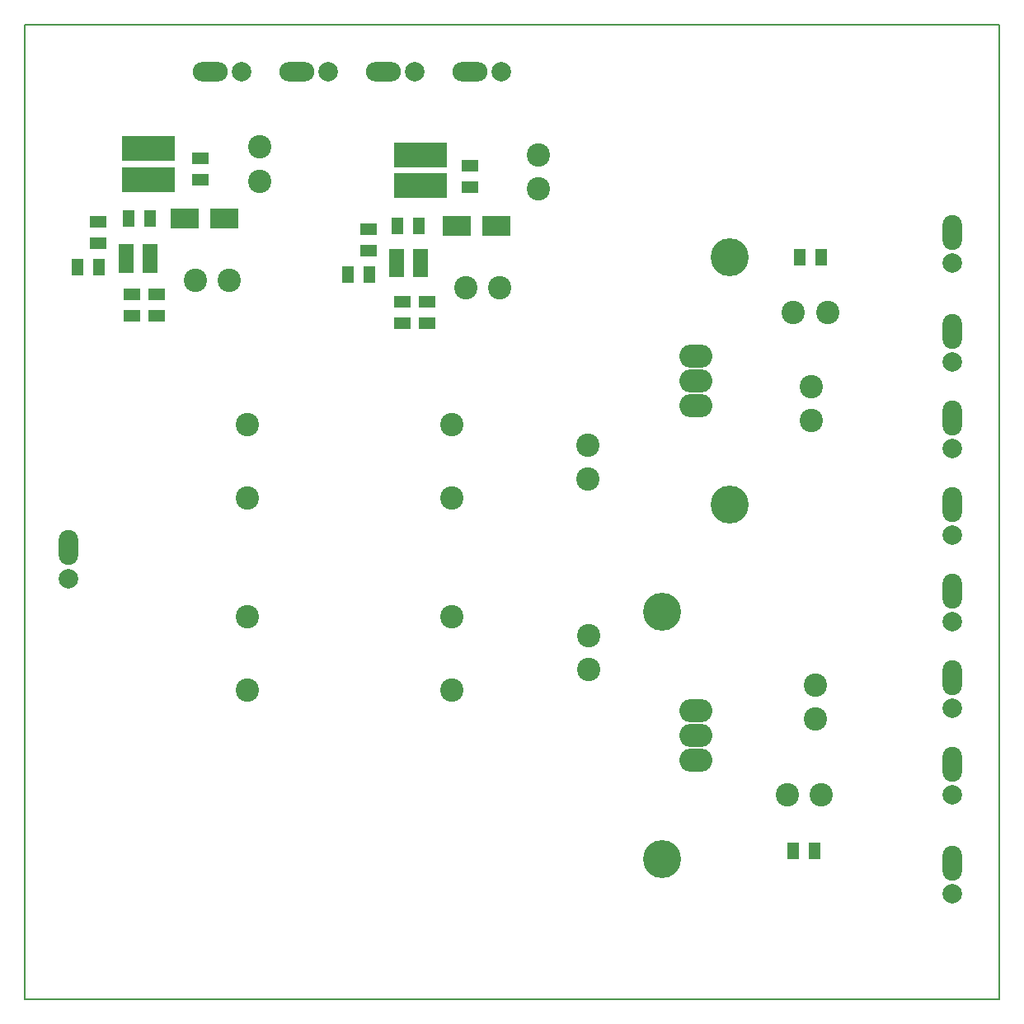
<source format=gts>
G04 #@! TF.FileFunction,Soldermask,Top*
%FSLAX46Y46*%
G04 Gerber Fmt 4.6, Leading zero omitted, Abs format (unit mm)*
G04 Created by KiCad (PCBNEW 4.0.1-stable) date 18/01/2016 20:26:33*
%MOMM*%
G01*
G04 APERTURE LIST*
%ADD10C,0.100000*%
%ADD11C,0.150000*%
%ADD12C,2.400000*%
%ADD13R,1.300000X1.700000*%
%ADD14R,1.700000X1.300000*%
%ADD15R,2.900000X2.100000*%
%ADD16R,5.400000X2.500000*%
%ADD17C,2.000000*%
%ADD18O,2.000000X3.600000*%
%ADD19O,3.600000X2.000000*%
%ADD20R,1.600000X1.050000*%
%ADD21O,3.400000X2.400000*%
%ADD22C,3.900000*%
G04 APERTURE END LIST*
D10*
D11*
X0Y100000000D02*
X0Y0D01*
X100000000Y100000000D02*
X0Y100000000D01*
X100000000Y0D02*
X100000000Y100000000D01*
X0Y0D02*
X100000000Y0D01*
D12*
X17485261Y73811175D03*
X20985261Y73811175D03*
X45240000Y73025000D03*
X48740000Y73025000D03*
X22860000Y58935000D03*
X22860000Y51435000D03*
X22860000Y39250000D03*
X22860000Y31750000D03*
X43815000Y58935000D03*
X43815000Y51435000D03*
X43815000Y39250000D03*
X43815000Y31750000D03*
D13*
X12854961Y80161175D03*
X10654961Y80161175D03*
X40470000Y79375000D03*
X38270000Y79375000D03*
D12*
X78895000Y70485000D03*
X82395000Y70485000D03*
X81760000Y20955000D03*
X78260000Y20955000D03*
D14*
X17965261Y86341175D03*
X17965261Y84141175D03*
X45720000Y85555000D03*
X45720000Y83355000D03*
D12*
X80746600Y62887800D03*
X80746600Y59387800D03*
X81153000Y32230000D03*
X81153000Y28730000D03*
D15*
X20415000Y80161175D03*
X16415000Y80161175D03*
X48355000Y79375000D03*
X44355000Y79375000D03*
D16*
X12700000Y84125000D03*
X12700000Y87325000D03*
X40640000Y83490000D03*
X40640000Y86690000D03*
D17*
X4445000Y43180000D03*
D18*
X4445000Y46355000D03*
D17*
X22225000Y95250000D03*
D19*
X19050000Y95250000D03*
D17*
X31115000Y95250000D03*
D19*
X27940000Y95250000D03*
D17*
X48895000Y95250000D03*
D19*
X45720000Y95250000D03*
D17*
X40005000Y95250000D03*
D19*
X36830000Y95250000D03*
D17*
X95250000Y75565000D03*
D18*
X95250000Y78740000D03*
D17*
X95250000Y10795000D03*
D18*
X95250000Y13970000D03*
D17*
X95250000Y65405000D03*
D18*
X95250000Y68580000D03*
D17*
X95250000Y56515000D03*
D18*
X95250000Y59690000D03*
D17*
X95250000Y47625000D03*
D18*
X95250000Y50800000D03*
D17*
X95250000Y38735000D03*
D18*
X95250000Y41910000D03*
D17*
X95250000Y29845000D03*
D18*
X95250000Y33020000D03*
D17*
X95250000Y20955000D03*
D18*
X95250000Y24130000D03*
D14*
X13520261Y72371175D03*
X13520261Y70171175D03*
X10980261Y72371175D03*
X10980261Y70171175D03*
X41275000Y71585000D03*
X41275000Y69385000D03*
X38735000Y71585000D03*
X38735000Y69385000D03*
X7493000Y79840000D03*
X7493000Y77640000D03*
D13*
X5377000Y75154955D03*
X7577000Y75154955D03*
D14*
X35306000Y79078000D03*
X35306000Y76878000D03*
D13*
X33190000Y74422000D03*
X35390000Y74422000D03*
X79545000Y76200000D03*
X81745000Y76200000D03*
X78910000Y15240000D03*
X81110000Y15240000D03*
D20*
X12815261Y76046375D03*
X10415261Y76996375D03*
X10415261Y76046375D03*
X10415261Y75096375D03*
X12815261Y75096375D03*
X12815261Y76996375D03*
X40570000Y75565000D03*
X38170000Y76515000D03*
X38170000Y75565000D03*
X38170000Y74615000D03*
X40570000Y74615000D03*
X40570000Y76515000D03*
D21*
X68890000Y66040000D03*
X68890000Y63500000D03*
X68890000Y60960000D03*
D22*
X72390000Y76200000D03*
X72390000Y50800000D03*
D21*
X68890000Y24511000D03*
X68890000Y27051000D03*
X68890000Y29591000D03*
D22*
X65390000Y14351000D03*
X65390000Y39751000D03*
D12*
X24130000Y87475000D03*
X24130000Y83975000D03*
X52705000Y86685000D03*
X52705000Y83185000D03*
X57785000Y56868000D03*
X57785000Y53368000D03*
X57912000Y37310000D03*
X57912000Y33810000D03*
M02*

</source>
